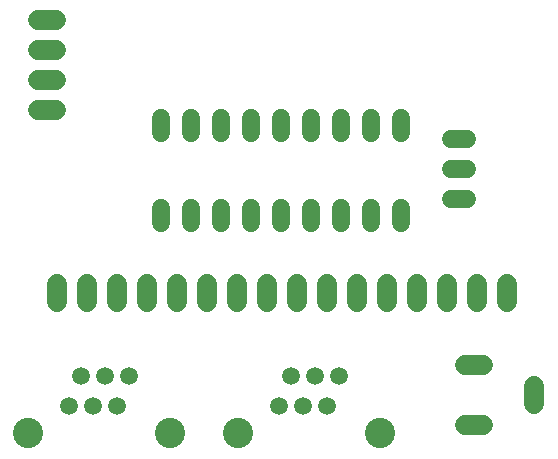
<source format=gbs>
G75*
G70*
%OFA0B0*%
%FSLAX24Y24*%
%IPPOS*%
%LPD*%
%AMOC8*
5,1,8,0,0,1.08239X$1,22.5*
%
%ADD10C,0.0600*%
%ADD11C,0.0680*%
%ADD12C,0.0595*%
%ADD13C,0.1009*%
%ADD14C,0.0674*%
D10*
X017148Y009473D02*
X017148Y009993D01*
X018148Y009993D02*
X018148Y009473D01*
X019148Y009473D02*
X019148Y009993D01*
X020148Y009993D02*
X020148Y009473D01*
X021148Y009473D02*
X021148Y009993D01*
X022148Y009993D02*
X022148Y009473D01*
X023148Y009473D02*
X023148Y009993D01*
X024148Y009993D02*
X024148Y009473D01*
X025148Y009473D02*
X025148Y009993D01*
X026838Y010283D02*
X027358Y010283D01*
X027358Y011283D02*
X026838Y011283D01*
X026838Y012283D02*
X027358Y012283D01*
X025148Y012473D02*
X025148Y012993D01*
X024148Y012993D02*
X024148Y012473D01*
X023148Y012473D02*
X023148Y012993D01*
X022148Y012993D02*
X022148Y012473D01*
X021148Y012473D02*
X021148Y012993D01*
X020148Y012993D02*
X020148Y012473D01*
X019148Y012473D02*
X019148Y012993D01*
X018148Y012993D02*
X018148Y012473D01*
X017148Y012473D02*
X017148Y012993D01*
D11*
X016698Y007453D02*
X016698Y006853D01*
X015698Y006853D02*
X015698Y007453D01*
X014698Y007453D02*
X014698Y006853D01*
X013698Y006853D02*
X013698Y007453D01*
X017698Y007453D02*
X017698Y006853D01*
X018698Y006853D02*
X018698Y007453D01*
X019698Y007453D02*
X019698Y006853D01*
X020698Y006853D02*
X020698Y007453D01*
X021698Y007453D02*
X021698Y006853D01*
X022698Y006853D02*
X022698Y007453D01*
X023698Y007453D02*
X023698Y006853D01*
X024698Y006853D02*
X024698Y007453D01*
X025698Y007453D02*
X025698Y006853D01*
X026698Y006853D02*
X026698Y007453D01*
X027698Y007453D02*
X027698Y006853D01*
X028698Y006853D02*
X028698Y007453D01*
X027898Y004733D02*
X027298Y004733D01*
X029598Y004033D02*
X029598Y003433D01*
X027898Y002733D02*
X027298Y002733D01*
D12*
X023098Y004388D03*
X022295Y004388D03*
X021492Y004388D03*
X021098Y003388D03*
X021901Y003388D03*
X022704Y003388D03*
X016098Y004388D03*
X015295Y004388D03*
X014492Y004388D03*
X014098Y003388D03*
X014901Y003388D03*
X015704Y003388D03*
D13*
X012736Y002483D03*
X017460Y002483D03*
X019736Y002483D03*
X024460Y002483D03*
D14*
X013645Y013233D02*
X013051Y013233D01*
X013051Y014233D02*
X013645Y014233D01*
X013645Y015233D02*
X013051Y015233D01*
X013051Y016233D02*
X013645Y016233D01*
M02*

</source>
